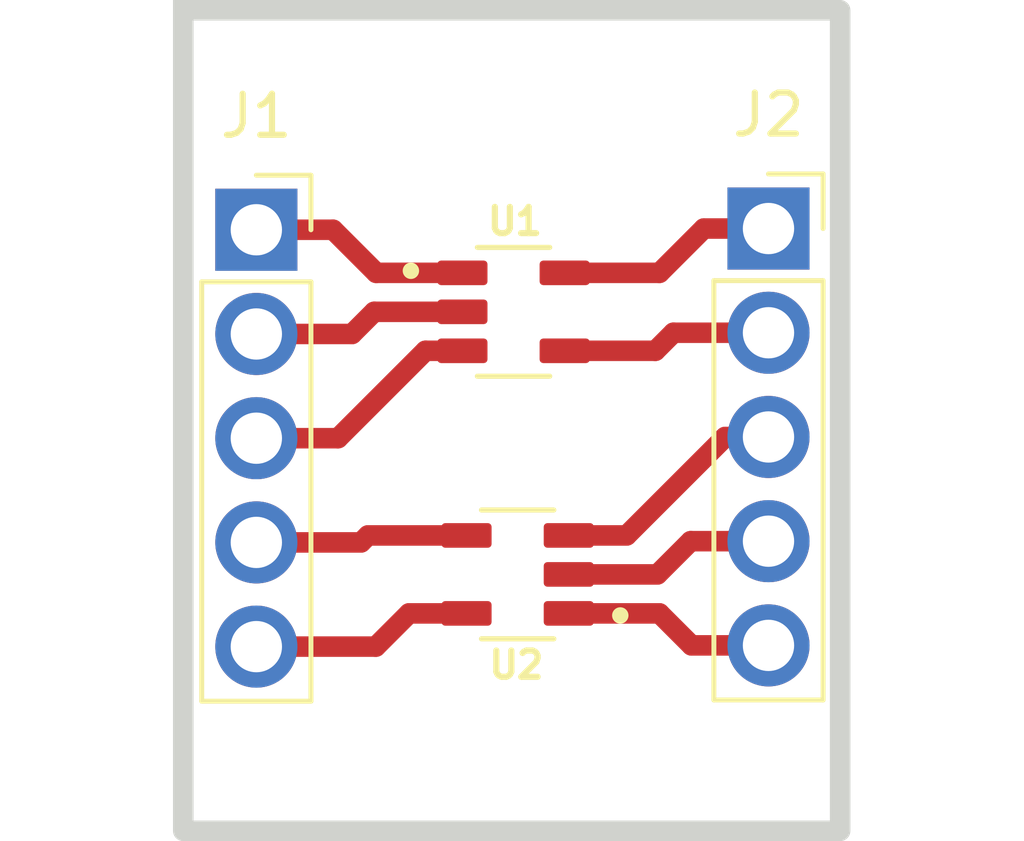
<source format=kicad_pcb>
(kicad_pcb (version 20221018) (generator pcbnew)
  (layers (0 "F.Cu" signal) (31 "B.Cu" signal) (34 "B.Paste" user) (35 "F.Paste" user) (36 "B.SilkS" user "B.Silkscreen") (37 "F.SilkS" user "F.Silkscreen") (38 "B.Mask" user) (39 "F.Mask" user) (44 "Edge.Cuts" user))
  (net 0 "")
  (net 1 "Net-(J1-Pin_1)")
  (net 2 "Net-(J1-Pin_2)")
  (net 3 "Net-(J1-Pin_3)")
  (net 4 "Net-(J1-Pin_4)")
  (net 5 "Net-(J1-Pin_5)")
  (net 6 "Net-(J2-Pin_1)")
  (net 7 "Net-(J2-Pin_2)")
  (net 8 "Net-(J2-Pin_3)")
  (net 9 "Net-(J2-Pin_4)")
  (net 10 "Net-(J2-Pin_5)")
  (footprint "MCP6291T-E_OT:SOT95P280X145-5N" (layer "F.Cu") (at 128.145 83.75 180)
    (fp_text reference "U2" (at 0.032 -2.2064) (layer "F.SilkS") (effects (font (size 0.64 0.64))))
    (fp_text value "MCP6291T-E_OT")
    (fp_line (start -0.88 -1.57) (end 0.88 -1.57) (stroke (width 0.127)) (layer "F.SilkS"))
    (fp_line (start -0.88 1.57) (end 0.88 1.57) (stroke (width 0.127)) (layer "F.SilkS"))
    (fp_circle (center -2.5 -1) (end -2.4 -1) (stroke (width 0.2)) (fill none) (layer "F.SilkS"))
    (pad "1" smd roundrect (at -1.245 -0.95 180) (size 1.22 0.6) (layers "F.Cu" "F.Paste" "F.Mask") (roundrect_rratio 0.15) (net 10 "Net-(J2-Pin_5)"))
    (pad "2" smd roundrect (at -1.245 0 180) (size 1.22 0.6) (layers "F.Cu" "F.Paste" "F.Mask") (roundrect_rratio 0.15) (net 9 "Net-(J2-Pin_4)"))
    (pad "3" smd roundrect (at -1.245 0.95 180) (size 1.22 0.6) (layers "F.Cu" "F.Paste" "F.Mask") (roundrect_rratio 0.15) (net 8 "Net-(J2-Pin_3)"))
    (pad "4" smd roundrect (at 1.245 0.95 180) (size 1.22 0.6) (layers "F.Cu" "F.Paste" "F.Mask") (roundrect_rratio 0.15) (net 4 "Net-(J1-Pin_4)"))
    (pad "5" smd roundrect (at 1.245 -0.95 180) (size 1.22 0.6) (layers "F.Cu" "F.Paste" "F.Mask") (roundrect_rratio 0.15) (net 5 "Net-(J1-Pin_5)"))
  )
  (footprint "Connector_PinSocket_2.54mm:PinSocket_1x05_P2.54mm_Vertical" (layer "F.Cu") (at 121.78 75.35)
    (fp_text reference "J1" (at 0 -2.77) (layer "F.SilkS"))
    (fp_text value "Conn_01x05_Pin")
    (fp_line (start -1.33 1.27) (end -1.33 11.49) (stroke (width 0.12)) (layer "F.SilkS"))
    (fp_line (start -1.33 1.27) (end 1.33 1.27) (stroke (width 0.12)) (layer "F.SilkS"))
    (fp_line (start -1.33 11.49) (end 1.33 11.49) (stroke (width 0.12)) (layer "F.SilkS"))
    (fp_line (start 0 -1.33) (end 1.33 -1.33) (stroke (width 0.12)) (layer "F.SilkS"))
    (fp_line (start 1.33 -1.33) (end 1.33 0) (stroke (width 0.12)) (layer "F.SilkS"))
    (fp_line (start 1.33 1.27) (end 1.33 11.49) (stroke (width 0.12)) (layer "F.SilkS"))
    (pad "1" thru_hole rect (at 0 0) (size 2 2) (drill 1.25) (layers "*.Cu" "*.Mask") (net 1 "Net-(J1-Pin_1)"))
    (pad "2" thru_hole oval (at 0 2.54) (size 2 2) (drill 1.25) (layers "*.Cu" "*.Mask") (net 2 "Net-(J1-Pin_2)"))
    (pad "3" thru_hole oval (at 0 5.08) (size 2 2) (drill 1.25) (layers "*.Cu" "*.Mask") (net 3 "Net-(J1-Pin_3)"))
    (pad "4" thru_hole oval (at 0 7.62) (size 2 2) (drill 1.25) (layers "*.Cu" "*.Mask") (net 4 "Net-(J1-Pin_4)"))
    (pad "5" thru_hole oval (at 0 10.16) (size 2 2) (drill 1.25) (layers "*.Cu" "*.Mask") (net 5 "Net-(J1-Pin_5)"))
  )
  (footprint "MCP6291T-E_OT:SOT95P280X145-5N" (layer "F.Cu") (at 128.045 77.35)
    (fp_text reference "U1" (at 0.032 -2.2064) (layer "F.SilkS") (effects (font (size 0.64 0.64))))
    (fp_text value "MCP6291T-E_OT")
    (fp_line (start -0.88 -1.57) (end 0.88 -1.57) (stroke (width 0.127)) (layer "F.SilkS"))
    (fp_line (start -0.88 1.57) (end 0.88 1.57) (stroke (width 0.127)) (layer "F.SilkS"))
    (fp_circle (center -2.5 -1) (end -2.4 -1) (stroke (width 0.2)) (fill none) (layer "F.SilkS"))
    (pad "1" smd roundrect (at -1.245 -0.95) (size 1.22 0.6) (layers "F.Cu" "F.Paste" "F.Mask") (roundrect_rratio 0.15) (net 1 "Net-(J1-Pin_1)"))
    (pad "2" smd roundrect (at -1.245 0) (size 1.22 0.6) (layers "F.Cu" "F.Paste" "F.Mask") (roundrect_rratio 0.15) (net 2 "Net-(J1-Pin_2)"))
    (pad "3" smd roundrect (at -1.245 0.95) (size 1.22 0.6) (layers "F.Cu" "F.Paste" "F.Mask") (roundrect_rratio 0.15) (net 3 "Net-(J1-Pin_3)"))
    (pad "4" smd roundrect (at 1.245 0.95) (size 1.22 0.6) (layers "F.Cu" "F.Paste" "F.Mask") (roundrect_rratio 0.15) (net 7 "Net-(J2-Pin_2)"))
    (pad "5" smd roundrect (at 1.245 -0.95) (size 1.22 0.6) (layers "F.Cu" "F.Paste" "F.Mask") (roundrect_rratio 0.15) (net 6 "Net-(J2-Pin_1)"))
  )
  (footprint "Connector_PinSocket_2.54mm:PinSocket_1x05_P2.54mm_Vertical" (layer "F.Cu") (at 134.255 75.32)
    (fp_text reference "J2" (at 0 -2.77) (layer "F.SilkS"))
    (fp_text value "Conn_01x05_Pin")
    (fp_line (start -1.33 1.27) (end -1.33 11.49) (stroke (width 0.12)) (layer "F.SilkS"))
    (fp_line (start -1.33 1.27) (end 1.33 1.27) (stroke (width 0.12)) (layer "F.SilkS"))
    (fp_line (start -1.33 11.49) (end 1.33 11.49) (stroke (width 0.12)) (layer "F.SilkS"))
    (fp_line (start 0 -1.33) (end 1.33 -1.33) (stroke (width 0.12)) (layer "F.SilkS"))
    (fp_line (start 1.33 -1.33) (end 1.33 0) (stroke (width 0.12)) (layer "F.SilkS"))
    (fp_line (start 1.33 1.27) (end 1.33 11.49) (stroke (width 0.12)) (layer "F.SilkS"))
    (pad "1" thru_hole rect (at 0 0) (size 2 2) (drill 1.25) (layers "*.Cu" "*.Mask") (net 6 "Net-(J2-Pin_1)"))
    (pad "2" thru_hole oval (at 0 2.54) (size 2 2) (drill 1.25) (layers "*.Cu" "*.Mask") (net 7 "Net-(J2-Pin_2)"))
    (pad "3" thru_hole oval (at 0 5.08) (size 2 2) (drill 1.25) (layers "*.Cu" "*.Mask") (net 8 "Net-(J2-Pin_3)"))
    (pad "4" thru_hole oval (at 0 7.62) (size 2 2) (drill 1.25) (layers "*.Cu" "*.Mask") (net 9 "Net-(J2-Pin_4)"))
    (pad "5" thru_hole oval (at 0 10.16) (size 2 2) (drill 1.25) (layers "*.Cu" "*.Mask") (net 10 "Net-(J2-Pin_5)"))
  )
  (gr_rect (start 120 70) (end 136 90) (stroke (width 0.5)) (fill none) (layer "Edge.Cuts"))
  (gr_rect (start 136 88.6) (end 136 88.6) (stroke (width 0.1)) (fill none) (layer "Edge.Cuts"))
  (segment (start 123.65 75.35) (end 124.7 76.4) (width 0.5) (layer "F.Cu") (net 1))
  (segment (start 124.7 76.4) (end 126.8 76.4) (width 0.5) (layer "F.Cu") (net 1))
  (segment (start 121.78 75.35) (end 123.65 75.35) (width 0.5) (layer "F.Cu") (net 1))
  (segment (start 124.65 77.35) (end 124.11 77.89) (width 0.5) (layer "F.Cu") (net 2))
  (segment (start 126.8 77.35) (end 124.65 77.35) (width 0.5) (layer "F.Cu") (net 2))
  (segment (start 124.11 77.89) (end 121.78 77.89) (width 0.5) (layer "F.Cu") (net 2))
  (segment (start 125.9 78.3) (end 123.77 80.43) (width 0.5) (layer "F.Cu") (net 3))
  (segment (start 123.77 80.43) (end 121.78 80.43) (width 0.5) (layer "F.Cu") (net 3))
  (segment (start 126.8 78.3) (end 125.9 78.3) (width 0.5) (layer "F.Cu") (net 3))
  (segment (start 124.5 82.8) (end 124.33 82.97) (width 0.5) (layer "F.Cu") (net 4))
  (segment (start 126.9 82.8) (end 124.5 82.8) (width 0.5) (layer "F.Cu") (net 4))
  (segment (start 124.33 82.97) (end 121.78 82.97) (width 0.5) (layer "F.Cu") (net 4))
  (segment (start 124.69 85.51) (end 121.78 85.51) (width 0.5) (layer "F.Cu") (net 5))
  (segment (start 125.5 84.7) (end 124.69 85.51) (width 0.5) (layer "F.Cu") (net 5))
  (segment (start 126.9 84.7) (end 125.5 84.7) (width 0.5) (layer "F.Cu") (net 5))
  (segment (start 132.68 75.32) (end 134.255 75.32) (width 0.5) (layer "F.Cu") (net 6))
  (segment (start 129.29 76.4) (end 131.6 76.4) (width 0.5) (layer "F.Cu") (net 6))
  (segment (start 131.6 76.4) (end 132.68 75.32) (width 0.5) (layer "F.Cu") (net 6))
  (segment (start 131.5 78.3) (end 131.94 77.86) (width 0.5) (layer "F.Cu") (net 7))
  (segment (start 129.29 78.3) (end 131.5 78.3) (width 0.5) (layer "F.Cu") (net 7))
  (segment (start 131.94 77.86) (end 134.255 77.86) (width 0.5) (layer "F.Cu") (net 7))
  (segment (start 133.2 80.4) (end 134.255 80.4) (width 0.5) (layer "F.Cu") (net 8))
  (segment (start 129.39 82.8) (end 130.8 82.8) (width 0.5) (layer "F.Cu") (net 8))
  (segment (start 130.8 82.8) (end 133.2 80.4) (width 0.5) (layer "F.Cu") (net 8))
  (segment (start 132.36 82.94) (end 134.255 82.94) (width 0.5) (layer "F.Cu") (net 9))
  (segment (start 131.55 83.75) (end 132.36 82.94) (width 0.5) (layer "F.Cu") (net 9))
  (segment (start 129.39 83.75) (end 131.55 83.75) (width 0.5) (layer "F.Cu") (net 9))
  (segment (start 131.6 84.7) (end 132.38 85.48) (width 0.5) (layer "F.Cu") (net 10))
  (segment (start 129.39 84.7) (end 131.6 84.7) (width 0.5) (layer "F.Cu") (net 10))
  (segment (start 132.38 85.48) (end 134.255 85.48) (width 0.5) (layer "F.Cu") (net 10))
)
</source>
